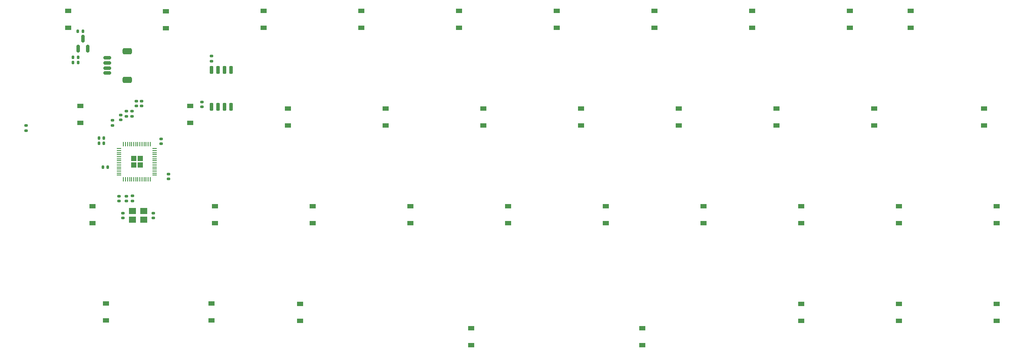
<source format=gbr>
%TF.GenerationSoftware,KiCad,Pcbnew,(6.0.7-1)-1*%
%TF.CreationDate,2022-11-08T10:29:57-05:00*%
%TF.ProjectId,cutiepie2040,63757469-6570-4696-9532-3034302e6b69,rev?*%
%TF.SameCoordinates,Original*%
%TF.FileFunction,Paste,Bot*%
%TF.FilePolarity,Positive*%
%FSLAX46Y46*%
G04 Gerber Fmt 4.6, Leading zero omitted, Abs format (unit mm)*
G04 Created by KiCad (PCBNEW (6.0.7-1)-1) date 2022-11-08 10:29:57*
%MOMM*%
%LPD*%
G01*
G04 APERTURE LIST*
G04 Aperture macros list*
%AMRoundRect*
0 Rectangle with rounded corners*
0 $1 Rounding radius*
0 $2 $3 $4 $5 $6 $7 $8 $9 X,Y pos of 4 corners*
0 Add a 4 corners polygon primitive as box body*
4,1,4,$2,$3,$4,$5,$6,$7,$8,$9,$2,$3,0*
0 Add four circle primitives for the rounded corners*
1,1,$1+$1,$2,$3*
1,1,$1+$1,$4,$5*
1,1,$1+$1,$6,$7*
1,1,$1+$1,$8,$9*
0 Add four rect primitives between the rounded corners*
20,1,$1+$1,$2,$3,$4,$5,0*
20,1,$1+$1,$4,$5,$6,$7,0*
20,1,$1+$1,$6,$7,$8,$9,0*
20,1,$1+$1,$8,$9,$2,$3,0*%
G04 Aperture macros list end*
%ADD10RoundRect,0.140000X0.170000X-0.140000X0.170000X0.140000X-0.170000X0.140000X-0.170000X-0.140000X0*%
%ADD11R,1.200000X0.900000*%
%ADD12RoundRect,0.140000X-0.170000X0.140000X-0.170000X-0.140000X0.170000X-0.140000X0.170000X0.140000X0*%
%ADD13RoundRect,0.135000X0.185000X-0.135000X0.185000X0.135000X-0.185000X0.135000X-0.185000X-0.135000X0*%
%ADD14RoundRect,0.135000X-0.185000X0.135000X-0.185000X-0.135000X0.185000X-0.135000X0.185000X0.135000X0*%
%ADD15RoundRect,0.140000X0.140000X0.170000X-0.140000X0.170000X-0.140000X-0.170000X0.140000X-0.170000X0*%
%ADD16RoundRect,0.150000X0.150000X-0.587500X0.150000X0.587500X-0.150000X0.587500X-0.150000X-0.587500X0*%
%ADD17RoundRect,0.150000X-0.150000X0.650000X-0.150000X-0.650000X0.150000X-0.650000X0.150000X0.650000X0*%
%ADD18RoundRect,0.250000X0.292217X0.292217X-0.292217X0.292217X-0.292217X-0.292217X0.292217X-0.292217X0*%
%ADD19RoundRect,0.050000X0.387500X0.050000X-0.387500X0.050000X-0.387500X-0.050000X0.387500X-0.050000X0*%
%ADD20RoundRect,0.050000X0.050000X0.387500X-0.050000X0.387500X-0.050000X-0.387500X0.050000X-0.387500X0*%
%ADD21RoundRect,0.150000X-0.625000X0.150000X-0.625000X-0.150000X0.625000X-0.150000X0.625000X0.150000X0*%
%ADD22RoundRect,0.250000X-0.650000X0.350000X-0.650000X-0.350000X0.650000X-0.350000X0.650000X0.350000X0*%
%ADD23R,1.400000X1.200000*%
G04 APERTURE END LIST*
D10*
%TO.C,C_1V-Decoup2*%
X71900000Y-72730000D03*
X71900000Y-71770000D03*
%TD*%
D11*
%TO.C,D6*%
X81387500Y-76000000D03*
X81387500Y-72700000D03*
%TD*%
%TO.C,D14*%
X119487500Y-76500000D03*
X119487500Y-73200000D03*
%TD*%
D12*
%TO.C,C_Crystal1*%
X74200000Y-93570000D03*
X74200000Y-94530000D03*
%TD*%
D11*
%TO.C,D37*%
X238550000Y-95550000D03*
X238550000Y-92250000D03*
%TD*%
D13*
%TO.C,R_Crystal1*%
X70100000Y-91260000D03*
X70100000Y-90240000D03*
%TD*%
D11*
%TO.C,D17*%
X138537500Y-76500000D03*
X138537500Y-73200000D03*
%TD*%
D14*
%TO.C,R_Flash1*%
X85500000Y-62990000D03*
X85500000Y-64010000D03*
%TD*%
D11*
%TO.C,D8*%
X85500000Y-114550000D03*
X85500000Y-111250000D03*
%TD*%
%TO.C,D20*%
X152825000Y-57450000D03*
X152825000Y-54150000D03*
%TD*%
%TO.C,D15*%
X124250000Y-95550000D03*
X124250000Y-92250000D03*
%TD*%
%TO.C,D31*%
X209975000Y-57450000D03*
X209975000Y-54150000D03*
%TD*%
D10*
%TO.C,C_3V-Decoup2*%
X66200000Y-76480000D03*
X66200000Y-75520000D03*
%TD*%
D11*
%TO.C,D13*%
X114725000Y-57450000D03*
X114725000Y-54150000D03*
%TD*%
%TO.C,D23*%
X169493750Y-119362500D03*
X169493750Y-116062500D03*
%TD*%
D15*
%TO.C,C_3V-Decoup7*%
X64530000Y-78950000D03*
X63570000Y-78950000D03*
%TD*%
D11*
%TO.C,D32*%
X214737500Y-76500000D03*
X214737500Y-73200000D03*
%TD*%
%TO.C,D4*%
X64900000Y-114550000D03*
X64900000Y-111250000D03*
%TD*%
D10*
%TO.C,C_3V-Decoup9*%
X75700000Y-80080000D03*
X75700000Y-79120000D03*
%TD*%
D15*
%TO.C,C_3V-Decoup4*%
X65280000Y-84600000D03*
X64320000Y-84600000D03*
%TD*%
D11*
%TO.C,D26*%
X181400000Y-95550000D03*
X181400000Y-92250000D03*
%TD*%
%TO.C,D28*%
X195687500Y-76500000D03*
X195687500Y-73200000D03*
%TD*%
D14*
%TO.C,R_DATA1*%
X70000000Y-73690000D03*
X70000000Y-74710000D03*
%TD*%
D12*
%TO.C,C_3V-Decoup8*%
X68950000Y-90270000D03*
X68950000Y-91230000D03*
%TD*%
D10*
%TO.C,C_Flash1*%
X83650000Y-72880000D03*
X83650000Y-71920000D03*
%TD*%
D11*
%TO.C,D10*%
X100437500Y-76500000D03*
X100437500Y-73200000D03*
%TD*%
%TO.C,D35*%
X221800000Y-57450000D03*
X221800000Y-54150000D03*
%TD*%
%TO.C,D38*%
X238550000Y-114600000D03*
X238550000Y-111300000D03*
%TD*%
%TO.C,D19*%
X136156250Y-119362500D03*
X136156250Y-116062500D03*
%TD*%
D16*
%TO.C,U3*%
X61400000Y-61487500D03*
X59500000Y-61487500D03*
X60450000Y-59612500D03*
%TD*%
D11*
%TO.C,D25*%
X176637500Y-76500000D03*
X176637500Y-73200000D03*
%TD*%
%TO.C,D11*%
X105200000Y-95550000D03*
X105200000Y-92250000D03*
%TD*%
D12*
%TO.C,C_1V-Decoup3*%
X67450000Y-90270000D03*
X67450000Y-91230000D03*
%TD*%
D11*
%TO.C,D18*%
X143300000Y-95550000D03*
X143300000Y-92250000D03*
%TD*%
%TO.C,D34*%
X219500000Y-114600000D03*
X219500000Y-111300000D03*
%TD*%
%TO.C,D2*%
X59956250Y-76000000D03*
X59956250Y-72700000D03*
%TD*%
%TO.C,D3*%
X62337500Y-95550000D03*
X62337500Y-92250000D03*
%TD*%
%TO.C,D29*%
X200450000Y-95550000D03*
X200450000Y-92250000D03*
%TD*%
%TO.C,D16*%
X133775000Y-57450000D03*
X133775000Y-54150000D03*
%TD*%
D12*
%TO.C,C_3V-Decoup6*%
X77100000Y-85970000D03*
X77100000Y-86930000D03*
%TD*%
D11*
%TO.C,D30*%
X200450000Y-114600000D03*
X200450000Y-111300000D03*
%TD*%
%TO.C,D1*%
X57575000Y-57450000D03*
X57575000Y-54150000D03*
%TD*%
D15*
%TO.C,C_3V-Decoup1*%
X59480000Y-64250000D03*
X58520000Y-64250000D03*
%TD*%
%TO.C,C_LD1*%
X60430000Y-58100000D03*
X59470000Y-58100000D03*
%TD*%
D13*
%TO.C,R_RST1*%
X49350000Y-77560000D03*
X49350000Y-76540000D03*
%TD*%
D17*
%TO.C,U2*%
X85495000Y-65650000D03*
X86765000Y-65650000D03*
X88035000Y-65650000D03*
X89305000Y-65650000D03*
X89305000Y-72850000D03*
X88035000Y-72850000D03*
X86765000Y-72850000D03*
X85495000Y-72850000D03*
%TD*%
D11*
%TO.C,D33*%
X219500000Y-95550000D03*
X219500000Y-92250000D03*
%TD*%
%TO.C,D36*%
X236168750Y-76500000D03*
X236168750Y-73200000D03*
%TD*%
%TO.C,D7*%
X86150000Y-95550000D03*
X86150000Y-92250000D03*
%TD*%
%TO.C,D12*%
X102818750Y-114600000D03*
X102818750Y-111300000D03*
%TD*%
D10*
%TO.C,C_1V-Decoup1*%
X67800000Y-75410000D03*
X67800000Y-74450000D03*
%TD*%
%TO.C,C_3V-Decoup3*%
X70900000Y-72730000D03*
X70900000Y-71770000D03*
%TD*%
D11*
%TO.C,D22*%
X162350000Y-95550000D03*
X162350000Y-92250000D03*
%TD*%
D18*
%TO.C,U1*%
X71587500Y-82962500D03*
X71587500Y-84237500D03*
X70312500Y-84237500D03*
X70312500Y-82962500D03*
D19*
X74387500Y-81000000D03*
X74387500Y-81400000D03*
X74387500Y-81800000D03*
X74387500Y-82200000D03*
X74387500Y-82600000D03*
X74387500Y-83000000D03*
X74387500Y-83400000D03*
X74387500Y-83800000D03*
X74387500Y-84200000D03*
X74387500Y-84600000D03*
X74387500Y-85000000D03*
X74387500Y-85400000D03*
X74387500Y-85800000D03*
X74387500Y-86200000D03*
D20*
X73550000Y-87037500D03*
X73150000Y-87037500D03*
X72750000Y-87037500D03*
X72350000Y-87037500D03*
X71950000Y-87037500D03*
X71550000Y-87037500D03*
X71150000Y-87037500D03*
X70750000Y-87037500D03*
X70350000Y-87037500D03*
X69950000Y-87037500D03*
X69550000Y-87037500D03*
X69150000Y-87037500D03*
X68750000Y-87037500D03*
X68350000Y-87037500D03*
D19*
X67512500Y-86200000D03*
X67512500Y-85800000D03*
X67512500Y-85400000D03*
X67512500Y-85000000D03*
X67512500Y-84600000D03*
X67512500Y-84200000D03*
X67512500Y-83800000D03*
X67512500Y-83400000D03*
X67512500Y-83000000D03*
X67512500Y-82600000D03*
X67512500Y-82200000D03*
X67512500Y-81800000D03*
X67512500Y-81400000D03*
X67512500Y-81000000D03*
D20*
X68350000Y-80162500D03*
X68750000Y-80162500D03*
X69150000Y-80162500D03*
X69550000Y-80162500D03*
X69950000Y-80162500D03*
X70350000Y-80162500D03*
X70750000Y-80162500D03*
X71150000Y-80162500D03*
X71550000Y-80162500D03*
X71950000Y-80162500D03*
X72350000Y-80162500D03*
X72750000Y-80162500D03*
X73150000Y-80162500D03*
X73550000Y-80162500D03*
%TD*%
D11*
%TO.C,D27*%
X190925000Y-57450000D03*
X190925000Y-54150000D03*
%TD*%
D10*
%TO.C,C_Crystal2*%
X68200000Y-94530000D03*
X68200000Y-93570000D03*
%TD*%
D11*
%TO.C,D9*%
X95675000Y-57450000D03*
X95675000Y-54150000D03*
%TD*%
%TO.C,D24*%
X171875000Y-57450000D03*
X171875000Y-54150000D03*
%TD*%
D15*
%TO.C,C_3V-Decoup5*%
X64530000Y-80000000D03*
X63570000Y-80000000D03*
%TD*%
D14*
%TO.C,R_DATA2*%
X68900000Y-73690000D03*
X68900000Y-74710000D03*
%TD*%
D15*
%TO.C,C_LD2*%
X59480000Y-63200000D03*
X58520000Y-63200000D03*
%TD*%
D21*
%TO.C,J1*%
X65200000Y-63300000D03*
X65200000Y-64300000D03*
X65200000Y-65300000D03*
X65200000Y-66300000D03*
D22*
X69075000Y-62000000D03*
X69075000Y-67600000D03*
%TD*%
D11*
%TO.C,D21*%
X157587500Y-76500000D03*
X157587500Y-73200000D03*
%TD*%
D23*
%TO.C,Y1*%
X70100000Y-93200000D03*
X72300000Y-93200000D03*
X72300000Y-94900000D03*
X70100000Y-94900000D03*
%TD*%
D11*
%TO.C,D5*%
X76625000Y-57550000D03*
X76625000Y-54250000D03*
%TD*%
M02*

</source>
